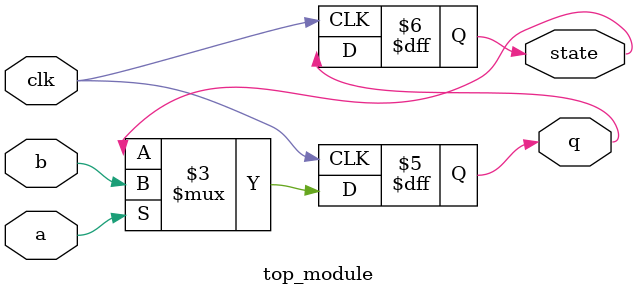
<source format=sv>
module top_module (
    input clk,
    input a,
    input b,
    output reg q,
    output reg state
);

    always @(posedge clk) begin
        if (a) begin
            q <= b;
        end else begin
            q <= state;
        end
        state <= q;
    end

endmodule

</source>
